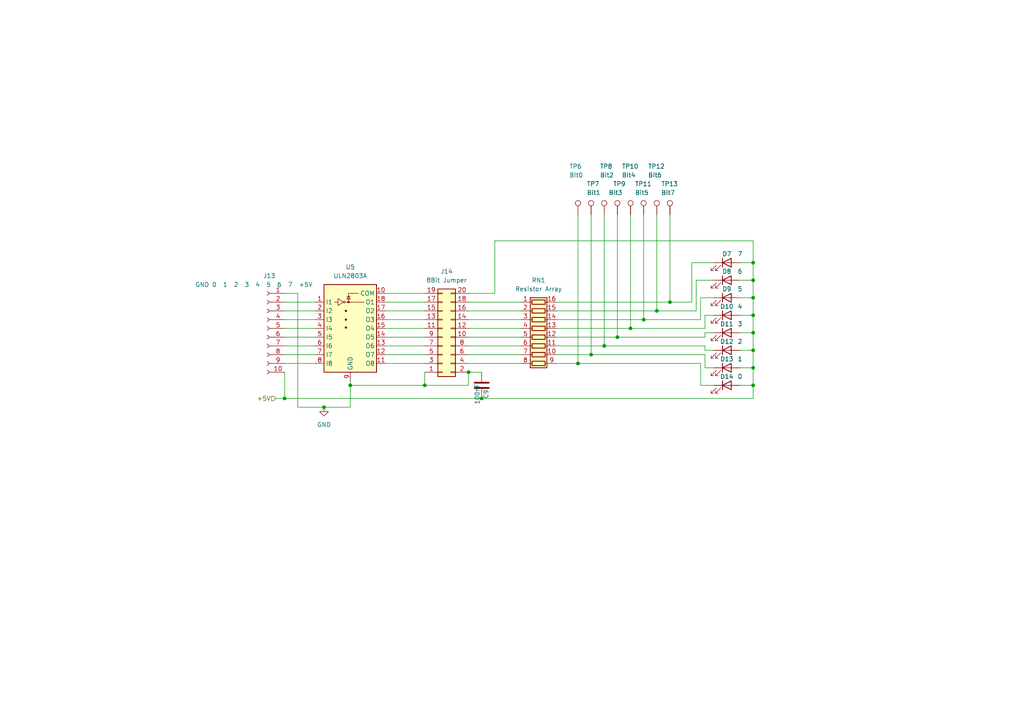
<source format=kicad_sch>
(kicad_sch (version 20211123) (generator eeschema)
  (paper "A4")
  (lib_symbols
    (symbol "Connector:Conn_01x10_Female" (pin_names (offset 1.016) hide)
      (property "Reference" "J" (at 0 12.7 0))
      (property "Value" "Conn_01x10_Female" (at 0 -15.24 0))
      (symbol "Conn_01x10_Female_1_1"
        (arc (start 0 -12.192) (mid -0.508 -12.7) (end 0 -13.208) (stroke (width 0.1524)))
        (arc (start 0 -9.652) (mid -0.508 -10.16) (end 0 -10.668) (stroke (width 0.1524)))
        (arc (start 0 -7.112) (mid -0.508 -7.62) (end 0 -8.128) (stroke (width 0.1524)))
        (arc (start 0 -4.572) (mid -0.508 -5.08) (end 0 -5.588) (stroke (width 0.1524)))
        (arc (start 0 -2.032) (mid -0.508 -2.54) (end 0 -3.048) (stroke (width 0.1524)))
        (polyline (pts (xy -1.27 -12.7) (xy -0.508 -12.7)) (stroke (width 0.1524)))
        (polyline (pts (xy -1.27 -10.16) (xy -0.508 -10.16)) (stroke (width 0.1524)))
        (polyline (pts (xy -1.27 -7.62) (xy -0.508 -7.62)) (stroke (width 0.1524)))
        (polyline (pts (xy -1.27 -5.08) (xy -0.508 -5.08)) (stroke (width 0.1524)))
        (polyline (pts (xy -1.27 -2.54) (xy -0.508 -2.54)) (stroke (width 0.1524)))
        (polyline (pts (xy -1.27 0) (xy -0.508 0)) (stroke (width 0.1524)))
        (polyline (pts (xy -1.27 2.54) (xy -0.508 2.54)) (stroke (width 0.1524)))
        (polyline (pts (xy -1.27 5.08) (xy -0.508 5.08)) (stroke (width 0.1524)))
        (polyline (pts (xy -1.27 7.62) (xy -0.508 7.62)) (stroke (width 0.1524)))
        (polyline (pts (xy -1.27 10.16) (xy -0.508 10.16)) (stroke (width 0.1524)))
        (arc (start 0 0.508) (mid -0.508 0) (end 0 -0.508) (stroke (width 0.1524)))
        (arc (start 0 3.048) (mid -0.508 2.54) (end 0 2.032) (stroke (width 0.1524)))
        (arc (start 0 5.588) (mid -0.508 5.08) (end 0 4.572) (stroke (width 0.1524)))
        (arc (start 0 8.128) (mid -0.508 7.62) (end 0 7.112) (stroke (width 0.1524)))
        (arc (start 0 10.668) (mid -0.508 10.16) (end 0 9.652) (stroke (width 0.1524)))
        (pin passive line (at -5.08 10.16 0) (length 3.81) (name "Pin_1") (number "1"))
        (pin passive line (at -5.08 -12.7 0) (length 3.81) (name "Pin_10") (number "10"))
        (pin passive line (at -5.08 7.62 0) (length 3.81) (name "Pin_2") (number "2"))
        (pin passive line (at -5.08 5.08 0) (length 3.81) (name "Pin_3") (number "3"))
        (pin passive line (at -5.08 2.54 0) (length 3.81) (name "Pin_4") (number "4"))
        (pin passive line (at -5.08 0 0) (length 3.81) (name "Pin_5") (number "5"))
        (pin passive line (at -5.08 -2.54 0) (length 3.81) (name "Pin_6") (number "6"))
        (pin passive line (at -5.08 -5.08 0) (length 3.81) (name "Pin_7") (number "7"))
        (pin passive line (at -5.08 -7.62 0) (length 3.81) (name "Pin_8") (number "8"))
        (pin passive line (at -5.08 -10.16 0) (length 3.81) (name "Pin_9") (number "9"))
      )
    )
    (symbol "Connector:TestPoint" (pin_numbers hide) (pin_names (offset 0.762) hide)
      (property "Reference" "TP" (at 0 6.858 0))
      (property "Value" "TestPoint" (at 0 5.08 0))
      (symbol "TestPoint_0_1"
        (circle (center 0 3.302) (radius 0.762))
      )
      (symbol "TestPoint_1_1"
        (pin passive line (at 0 0 90) (length 2.54) (name "1") (number "1"))
      )
    )
    (symbol "Connector_Generic:Conn_02x10_Odd_Even" (pin_names (offset 1.016) hide)
      (property "Reference" "J" (at 1.27 12.7 0))
      (property "Value" "Conn_02x10_Odd_Even" (at 1.27 -15.24 0))
      (symbol "Conn_02x10_Odd_Even_1_1"
        (rectangle (start -1.27 -12.573) (end 0 -12.827) (stroke (width 0.1524)))
        (rectangle (start -1.27 -10.033) (end 0 -10.287) (stroke (width 0.1524)))
        (rectangle (start -1.27 -7.493) (end 0 -7.747) (stroke (width 0.1524)))
        (rectangle (start -1.27 -4.953) (end 0 -5.207) (stroke (width 0.1524)))
        (rectangle (start -1.27 -2.413) (end 0 -2.667) (stroke (width 0.1524)))
        (rectangle (start -1.27 0.127) (end 0 -0.127) (stroke (width 0.1524)))
        (rectangle (start -1.27 2.667) (end 0 2.413) (stroke (width 0.1524)))
        (rectangle (start -1.27 5.207) (end 0 4.953) (stroke (width 0.1524)))
        (rectangle (start -1.27 7.747) (end 0 7.493) (stroke (width 0.1524)))
        (rectangle (start -1.27 10.287) (end 0 10.033) (stroke (width 0.1524)))
        (rectangle (start -1.27 11.43) (end 3.81 -13.97) (stroke (width 0.254)) (fill (type background)))
        (rectangle (start 3.81 -12.573) (end 2.54 -12.827) (stroke (width 0.1524)))
        (rectangle (start 3.81 -10.033) (end 2.54 -10.287) (stroke (width 0.1524)))
        (rectangle (start 3.81 -7.493) (end 2.54 -7.747) (stroke (width 0.1524)))
        (rectangle (start 3.81 -4.953) (end 2.54 -5.207) (stroke (width 0.1524)))
        (rectangle (start 3.81 -2.413) (end 2.54 -2.667) (stroke (width 0.1524)))
        (rectangle (start 3.81 0.127) (end 2.54 -0.127) (stroke (width 0.1524)))
        (rectangle (start 3.81 2.667) (end 2.54 2.413) (stroke (width 0.1524)))
        (rectangle (start 3.81 5.207) (end 2.54 4.953) (stroke (width 0.1524)))
        (rectangle (start 3.81 7.747) (end 2.54 7.493) (stroke (width 0.1524)))
        (rectangle (start 3.81 10.287) (end 2.54 10.033) (stroke (width 0.1524)))
        (pin passive line (at -5.08 10.16 0) (length 3.81) (name "Pin_1") (number "1"))
        (pin passive line (at 7.62 0 180) (length 3.81) (name "Pin_10") (number "10"))
        (pin passive line (at -5.08 -2.54 0) (length 3.81) (name "Pin_11") (number "11"))
        (pin passive line (at 7.62 -2.54 180) (length 3.81) (name "Pin_12") (number "12"))
        (pin passive line (at -5.08 -5.08 0) (length 3.81) (name "Pin_13") (number "13"))
        (pin passive line (at 7.62 -5.08 180) (length 3.81) (name "Pin_14") (number "14"))
        (pin passive line (at -5.08 -7.62 0) (length 3.81) (name "Pin_15") (number "15"))
        (pin passive line (at 7.62 -7.62 180) (length 3.81) (name "Pin_16") (number "16"))
        (pin passive line (at -5.08 -10.16 0) (length 3.81) (name "Pin_17") (number "17"))
        (pin passive line (at 7.62 -10.16 180) (length 3.81) (name "Pin_18") (number "18"))
        (pin passive line (at -5.08 -12.7 0) (length 3.81) (name "Pin_19") (number "19"))
        (pin passive line (at 7.62 10.16 180) (length 3.81) (name "Pin_2") (number "2"))
        (pin passive line (at 7.62 -12.7 180) (length 3.81) (name "Pin_20") (number "20"))
        (pin passive line (at -5.08 7.62 0) (length 3.81) (name "Pin_3") (number "3"))
        (pin passive line (at 7.62 7.62 180) (length 3.81) (name "Pin_4") (number "4"))
        (pin passive line (at -5.08 5.08 0) (length 3.81) (name "Pin_5") (number "5"))
        (pin passive line (at 7.62 5.08 180) (length 3.81) (name "Pin_6") (number "6"))
        (pin passive line (at -5.08 2.54 0) (length 3.81) (name "Pin_7") (number "7"))
        (pin passive line (at 7.62 2.54 180) (length 3.81) (name "Pin_8") (number "8"))
        (pin passive line (at -5.08 0 0) (length 3.81) (name "Pin_9") (number "9"))
      )
    )
    (symbol "Device:C" (pin_numbers hide) (pin_names (offset 0.254))
      (property "Reference" "C" (at 0.635 2.54 0))
      (property "Value" "C" (at 0.635 -2.54 0))
      (symbol "C_0_1"
        (polyline (pts (xy -2.032 -0.762) (xy 2.032 -0.762)) (stroke (width 0.508)))
        (polyline (pts (xy -2.032 0.762) (xy 2.032 0.762)) (stroke (width 0.508)))
      )
      (symbol "C_1_1"
        (pin passive line (at 0 3.81 270) (length 2.794) (name "~") (number "1"))
        (pin passive line (at 0 -3.81 90) (length 2.794) (name "~") (number "2"))
      )
    )
    (symbol "Device:LED" (pin_numbers hide) (pin_names (offset 1.016) hide)
      (property "Reference" "D" (at 0 2.54 0))
      (property "Value" "LED" (at 0 -2.54 0))
      (symbol "LED_0_1"
        (polyline (pts (xy -1.27 -1.27) (xy -1.27 1.27)) (stroke (width 0.254)))
        (polyline (pts (xy -1.27 0) (xy 1.27 0)))
        (polyline (pts (xy 1.27 -1.27) (xy 1.27 1.27) (xy -1.27 0) (xy 1.27 -1.27)) (stroke (width 0.254)))
        (polyline (pts (xy -3.048 -0.762) (xy -4.572 -2.286) (xy -3.81 -2.286) (xy -4.572 -2.286) (xy -4.572 -1.524)))
        (polyline (pts (xy -1.778 -0.762) (xy -3.302 -2.286) (xy -2.54 -2.286) (xy -3.302 -2.286) (xy -3.302 -1.524)))
      )
      (symbol "LED_1_1"
        (pin passive line (at -3.81 0 0) (length 2.54) (name "K") (number "1"))
        (pin passive line (at 3.81 0 180) (length 2.54) (name "A") (number "2"))
      )
    )
    (symbol "Device:R_Pack08" (pin_names (offset 0) hide)
      (property "Reference" "RN" (at -12.7 0 90))
      (property "Value" "R_Pack08" (at 10.16 0 90))
      (symbol "R_Pack08_0_1"
        (rectangle (start -11.43 -2.413) (end 8.89 2.413) (stroke (width 0.254)) (fill (type background)))
        (rectangle (start -10.795 1.905) (end -9.525 -1.905) (stroke (width 0.254)))
        (rectangle (start -8.255 1.905) (end -6.985 -1.905) (stroke (width 0.254)))
        (rectangle (start -5.715 1.905) (end -4.445 -1.905) (stroke (width 0.254)))
        (rectangle (start -3.175 1.905) (end -1.905 -1.905) (stroke (width 0.254)))
        (rectangle (start -0.635 1.905) (end 0.635 -1.905) (stroke (width 0.254)))
        (polyline (pts (xy -10.16 -2.54) (xy -10.16 -1.905)))
        (polyline (pts (xy -10.16 1.905) (xy -10.16 2.54)))
        (polyline (pts (xy -7.62 -2.54) (xy -7.62 -1.905)))
        (polyline (pts (xy -7.62 1.905) (xy -7.62 2.54)))
        (polyline (pts (xy -5.08 -2.54) (xy -5.08 -1.905)))
        (polyline (pts (xy -5.08 1.905) (xy -5.08 2.54)))
        (polyline (pts (xy -2.54 -2.54) (xy -2.54 -1.905)))
        (polyline (pts (xy -2.54 1.905) (xy -2.54 2.54)))
        (polyline (pts (xy 0 -2.54) (xy 0 -1.905)))
        (polyline (pts (xy 0 1.905) (xy 0 2.54)))
        (polyline (pts (xy 2.54 -2.54) (xy 2.54 -1.905)))
        (polyline (pts (xy 2.54 1.905) (xy 2.54 2.54)))
        (polyline (pts (xy 5.08 -2.54) (xy 5.08 -1.905)))
        (polyline (pts (xy 5.08 1.905) (xy 5.08 2.54)))
        (polyline (pts (xy 7.62 -2.54) (xy 7.62 -1.905)))
        (polyline (pts (xy 7.62 1.905) (xy 7.62 2.54)))
        (rectangle (start 1.905 1.905) (end 3.175 -1.905) (stroke (width 0.254)))
        (rectangle (start 4.445 1.905) (end 5.715 -1.905) (stroke (width 0.254)))
        (rectangle (start 6.985 1.905) (end 8.255 -1.905) (stroke (width 0.254)))
      )
      (symbol "R_Pack08_1_1"
        (pin passive line (at -10.16 -5.08 90) (length 2.54) (name "R1.1") (number "1"))
        (pin passive line (at 5.08 5.08 270) (length 2.54) (name "R7.2") (number "10"))
        (pin passive line (at 2.54 5.08 270) (length 2.54) (name "R6.2") (number "11"))
        (pin passive line (at 0 5.08 270) (length 2.54) (name "R5.2") (number "12"))
        (pin passive line (at -2.54 5.08 270) (length 2.54) (name "R4.2") (number "13"))
        (pin passive line (at -5.08 5.08 270) (length 2.54) (name "R3.2") (number "14"))
        (pin passive line (at -7.62 5.08 270) (length 2.54) (name "R2.2") (number "15"))
        (pin passive line (at -10.16 5.08 270) (length 2.54) (name "R1.2") (number "16"))
        (pin passive line (at -7.62 -5.08 90) (length 2.54) (name "R2.1") (number "2"))
        (pin passive line (at -5.08 -5.08 90) (length 2.54) (name "R3.1") (number "3"))
        (pin passive line (at -2.54 -5.08 90) (length 2.54) (name "R4.1") (number "4"))
        (pin passive line (at 0 -5.08 90) (length 2.54) (name "R5.1") (number "5"))
        (pin passive line (at 2.54 -5.08 90) (length 2.54) (name "R6.1") (number "6"))
        (pin passive line (at 5.08 -5.08 90) (length 2.54) (name "R7.1") (number "7"))
        (pin passive line (at 7.62 -5.08 90) (length 2.54) (name "R8.1") (number "8"))
        (pin passive line (at 7.62 5.08 270) (length 2.54) (name "R8.2") (number "9"))
      )
    )
    (symbol "Transistor_Array:ULN2803A"
      (property "Reference" "U" (at 0 13.335 0))
      (property "Value" "ULN2803A" (at 0 11.43 0))
      (symbol "ULN2803A_0_1"
        (rectangle (start -7.62 -15.24) (end 7.62 10.16) (stroke (width 0.254)) (fill (type background)))
        (circle (center -1.778 5.08) (radius 0.254))
        (circle (center -1.27 -2.286) (radius 0.254) (fill (type outline)))
        (circle (center -1.27 0) (radius 0.254) (fill (type outline)))
        (circle (center -1.27 2.54) (radius 0.254) (fill (type outline)))
        (circle (center -0.508 5.08) (radius 0.254) (fill (type outline)))
        (polyline (pts (xy -4.572 5.08) (xy -3.556 5.08)))
        (polyline (pts (xy -1.524 5.08) (xy 4.064 5.08)))
        (polyline (pts (xy 0 6.731) (xy -1.016 6.731)))
        (polyline (pts (xy -0.508 5.08) (xy -0.508 7.62) (xy 2.286 7.62)))
        (polyline (pts (xy -3.556 6.096) (xy -3.556 4.064) (xy -2.032 5.08) (xy -3.556 6.096)))
        (polyline (pts (xy 0 5.969) (xy -1.016 5.969) (xy -0.508 6.731) (xy 0 5.969)))
      )
      (symbol "ULN2803A_1_1"
        (pin input line (at -10.16 5.08 0) (length 2.54) (name "I1") (number "1"))
        (pin passive line (at 10.16 7.62 180) (length 2.54) (name "COM") (number "10"))
        (pin open_collector line (at 10.16 -12.7 180) (length 2.54) (name "O8") (number "11"))
        (pin open_collector line (at 10.16 -10.16 180) (length 2.54) (name "O7") (number "12"))
        (pin open_collector line (at 10.16 -7.62 180) (length 2.54) (name "O6") (number "13"))
        (pin open_collector line (at 10.16 -5.08 180) (length 2.54) (name "O5") (number "14"))
        (pin open_collector line (at 10.16 -2.54 180) (length 2.54) (name "O4") (number "15"))
        (pin open_collector line (at 10.16 0 180) (length 2.54) (name "O3") (number "16"))
        (pin open_collector line (at 10.16 2.54 180) (length 2.54) (name "O2") (number "17"))
        (pin open_collector line (at 10.16 5.08 180) (length 2.54) (name "O1") (number "18"))
        (pin input line (at -10.16 2.54 0) (length 2.54) (name "I2") (number "2"))
        (pin input line (at -10.16 0 0) (length 2.54) (name "I3") (number "3"))
        (pin input line (at -10.16 -2.54 0) (length 2.54) (name "I4") (number "4"))
        (pin input line (at -10.16 -5.08 0) (length 2.54) (name "I5") (number "5"))
        (pin input line (at -10.16 -7.62 0) (length 2.54) (name "I6") (number "6"))
        (pin input line (at -10.16 -10.16 0) (length 2.54) (name "I7") (number "7"))
        (pin input line (at -10.16 -12.7 0) (length 2.54) (name "I8") (number "8"))
        (pin power_in line (at 0 -17.78 90) (length 2.54) (name "GND") (number "9"))
      )
    )
    (symbol "power:GND" (power) (pin_names (offset 0))
      (property "Value" "GND" (at 0 -3.81 0))
      (symbol "GND_0_1"
        (polyline (pts (xy 0 0) (xy 0 -1.27) (xy 1.27 -1.27) (xy 0 -2.54) (xy -1.27 -1.27) (xy 0 -1.27)))
      )
      (symbol "GND_1_1"
        (pin power_in line (at 0 0 270) (length 0) hide (name "GND") (number "1"))
      )
    )
  )
  (junction (at 93.98 118.11))
  (junction (at 182.88 95.25))
  (junction (at 190.5 90.17))
  (junction (at 139.7 115.57))
  (junction (at 218.44 91.44))
  (junction (at 179.07 97.79))
  (junction (at 171.45 102.87))
  (junction (at 218.44 101.6))
  (junction (at 167.64 105.41))
  (junction (at 218.44 106.68))
  (junction (at 135.89 107.95))
  (junction (at 218.44 76.2))
  (junction (at 101.6 111.76))
  (junction (at 123.19 111.76))
  (junction (at 186.69 92.71))
  (junction (at 82.55 115.57))
  (junction (at 218.44 96.52))
  (junction (at 218.44 81.28))
  (junction (at 194.31 87.63))
  (junction (at 218.44 111.76))
  (junction (at 175.26 100.33))
  (junction (at 218.44 86.36))
  (wire (pts (xy 80.01 115.57) (xy 82.55 115.57)))
  (wire (pts (xy 201.93 90.17) (xy 201.93 81.28)))
  (wire (pts (xy 135.89 105.41) (xy 151.13 105.41)))
  (wire (pts (xy 135.89 97.79) (xy 151.13 97.79)))
  (wire (pts (xy 123.19 111.76) (xy 135.89 111.76)))
  (wire (pts (xy 82.55 90.17) (xy 91.44 90.17)))
  (wire (pts (xy 135.89 95.25) (xy 151.13 95.25)))
  (wire (pts (xy 218.44 115.57) (xy 218.44 111.76)))
  (wire (pts (xy 179.07 62.23) (xy 179.07 97.79)))
  (wire (pts (xy 214.63 96.52) (xy 218.44 96.52)))
  (wire (pts (xy 204.47 91.44) (xy 207.01 91.44)))
  (wire (pts (xy 167.64 105.41) (xy 203.2 105.41)))
  (wire (pts (xy 214.63 111.76) (xy 218.44 111.76)))
  (wire (pts (xy 111.76 85.09) (xy 123.19 85.09)))
  (wire (pts (xy 82.55 85.09) (xy 86.36 85.09)))
  (wire (pts (xy 82.55 87.63) (xy 91.44 87.63)))
  (wire (pts (xy 200.66 76.2) (xy 207.01 76.2)))
  (wire (pts (xy 101.6 118.11) (xy 93.98 118.11)))
  (wire (pts (xy 135.89 90.17) (xy 151.13 90.17)))
  (wire (pts (xy 82.55 115.57) (xy 139.7 115.57)))
  (wire (pts (xy 101.6 110.49) (xy 101.6 111.76)))
  (wire (pts (xy 93.98 118.11) (xy 86.36 118.11)))
  (wire (pts (xy 207.01 96.52) (xy 204.47 96.52)))
  (wire (pts (xy 135.89 87.63) (xy 151.13 87.63)))
  (wire (pts (xy 171.45 102.87) (xy 204.47 102.87)))
  (wire (pts (xy 82.55 105.41) (xy 91.44 105.41)))
  (wire (pts (xy 218.44 86.36) (xy 218.44 91.44)))
  (wire (pts (xy 82.55 92.71) (xy 91.44 92.71)))
  (wire (pts (xy 214.63 76.2) (xy 218.44 76.2)))
  (wire (pts (xy 135.89 102.87) (xy 151.13 102.87)))
  (wire (pts (xy 111.76 100.33) (xy 123.19 100.33)))
  (wire (pts (xy 214.63 106.68) (xy 218.44 106.68)))
  (wire (pts (xy 214.63 101.6) (xy 218.44 101.6)))
  (wire (pts (xy 203.2 111.76) (xy 203.2 105.41)))
  (wire (pts (xy 171.45 62.23) (xy 171.45 102.87)))
  (wire (pts (xy 111.76 95.25) (xy 123.19 95.25)))
  (wire (pts (xy 135.89 92.71) (xy 151.13 92.71)))
  (wire (pts (xy 203.2 92.71) (xy 203.2 86.36)))
  (wire (pts (xy 218.44 81.28) (xy 218.44 86.36)))
  (wire (pts (xy 190.5 90.17) (xy 201.93 90.17)))
  (wire (pts (xy 101.6 111.76) (xy 123.19 111.76)))
  (wire (pts (xy 207.01 111.76) (xy 203.2 111.76)))
  (wire (pts (xy 161.29 105.41) (xy 167.64 105.41)))
  (wire (pts (xy 123.19 107.95) (xy 123.19 111.76)))
  (wire (pts (xy 82.55 107.95) (xy 82.55 115.57)))
  (wire (pts (xy 143.51 69.85) (xy 218.44 69.85)))
  (wire (pts (xy 111.76 87.63) (xy 123.19 87.63)))
  (wire (pts (xy 218.44 91.44) (xy 218.44 96.52)))
  (wire (pts (xy 161.29 102.87) (xy 171.45 102.87)))
  (wire (pts (xy 161.29 90.17) (xy 190.5 90.17)))
  (wire (pts (xy 203.2 86.36) (xy 207.01 86.36)))
  (wire (pts (xy 175.26 62.23) (xy 175.26 100.33)))
  (wire (pts (xy 182.88 62.23) (xy 182.88 95.25)))
  (wire (pts (xy 82.55 100.33) (xy 91.44 100.33)))
  (wire (pts (xy 204.47 106.68) (xy 207.01 106.68)))
  (wire (pts (xy 82.55 97.79) (xy 91.44 97.79)))
  (wire (pts (xy 175.26 100.33) (xy 204.47 100.33)))
  (wire (pts (xy 143.51 69.85) (xy 143.51 85.09)))
  (wire (pts (xy 161.29 87.63) (xy 194.31 87.63)))
  (wire (pts (xy 214.63 91.44) (xy 218.44 91.44)))
  (wire (pts (xy 111.76 102.87) (xy 123.19 102.87)))
  (wire (pts (xy 82.55 102.87) (xy 91.44 102.87)))
  (wire (pts (xy 214.63 86.36) (xy 218.44 86.36)))
  (wire (pts (xy 204.47 101.6) (xy 207.01 101.6)))
  (wire (pts (xy 204.47 102.87) (xy 204.47 106.68)))
  (wire (pts (xy 186.69 62.23) (xy 186.69 92.71)))
  (wire (pts (xy 135.89 107.95) (xy 139.7 107.95)))
  (wire (pts (xy 186.69 92.71) (xy 203.2 92.71)))
  (wire (pts (xy 214.63 81.28) (xy 218.44 81.28)))
  (wire (pts (xy 101.6 111.76) (xy 101.6 118.11)))
  (wire (pts (xy 200.66 87.63) (xy 200.66 76.2)))
  (wire (pts (xy 139.7 115.57) (xy 218.44 115.57)))
  (wire (pts (xy 82.55 95.25) (xy 91.44 95.25)))
  (wire (pts (xy 194.31 62.23) (xy 194.31 87.63)))
  (wire (pts (xy 161.29 92.71) (xy 186.69 92.71)))
  (wire (pts (xy 161.29 97.79) (xy 179.07 97.79)))
  (wire (pts (xy 204.47 96.52) (xy 204.47 97.79)))
  (wire (pts (xy 111.76 90.17) (xy 123.19 90.17)))
  (wire (pts (xy 135.89 107.95) (xy 135.89 111.76)))
  (wire (pts (xy 111.76 105.41) (xy 123.19 105.41)))
  (wire (pts (xy 161.29 100.33) (xy 175.26 100.33)))
  (wire (pts (xy 135.89 85.09) (xy 143.51 85.09)))
  (wire (pts (xy 204.47 100.33) (xy 204.47 101.6)))
  (wire (pts (xy 204.47 95.25) (xy 204.47 91.44)))
  (wire (pts (xy 218.44 69.85) (xy 218.44 76.2)))
  (wire (pts (xy 161.29 95.25) (xy 182.88 95.25)))
  (wire (pts (xy 201.93 81.28) (xy 207.01 81.28)))
  (wire (pts (xy 111.76 92.71) (xy 123.19 92.71)))
  (wire (pts (xy 167.64 62.23) (xy 167.64 105.41)))
  (wire (pts (xy 190.5 62.23) (xy 190.5 90.17)))
  (wire (pts (xy 179.07 97.79) (xy 204.47 97.79)))
  (wire (pts (xy 111.76 97.79) (xy 123.19 97.79)))
  (wire (pts (xy 86.36 85.09) (xy 86.36 118.11)))
  (wire (pts (xy 194.31 87.63) (xy 200.66 87.63)))
  (wire (pts (xy 182.88 95.25) (xy 204.47 95.25)))
  (wire (pts (xy 218.44 76.2) (xy 218.44 81.28)))
  (wire (pts (xy 218.44 106.68) (xy 218.44 111.76)))
  (wire (pts (xy 218.44 96.52) (xy 218.44 101.6)))
  (wire (pts (xy 218.44 101.6) (xy 218.44 106.68)))
  (wire (pts (xy 135.89 100.33) (xy 151.13 100.33)))
  (hierarchical_label "+5V" (shape input) (at 80.01 115.57 180))
  (symbol (lib_id "Connector:TestPoint") (at 190.5 62.23 0) (unit 1)
    (property "Reference" "TP12" (at 187.96 48.26 0) (effects (justify left)))
    (property "Value" "Bit6" (at 187.96 50.8 0) (effects (justify left)))
    (property "Footprint" "TestPoint:TestPoint_Loop_D3.80mm_Drill2.8mm" (effects hide))
  )
  (symbol (lib_id "Device:LED") (at 210.82 76.2 0) (unit 1)
    (property "Reference" "D7" (at 210.82 73.66 0))
    (property "Value" "7" (at 214.63 73.66 0))
    (property "Footprint" "LED_THT:LED_D5.0mm" (effects hide))
  )
  (symbol (lib_id "Device:LED") (at 210.82 106.68 0) (unit 1)
    (property "Reference" "D13" (at 210.82 104.14 0))
    (property "Value" "1" (at 214.63 104.14 0))
    (property "Footprint" "LED_THT:LED_D5.0mm" (effects hide))
  )
  (symbol (lib_id "Connector:TestPoint") (at 186.69 62.23 0) (unit 1)
    (property "Reference" "TP11" (at 184.15 53.34 0) (effects (justify left)))
    (property "Value" "Bit5" (at 184.15 55.88 0) (effects (justify left)))
    (property "Footprint" "TestPoint:TestPoint_Loop_D3.80mm_Drill2.8mm" (effects hide))
  )
  (symbol (lib_id "Device:LED") (at 210.82 96.52 0) (unit 1)
    (property "Reference" "D11" (at 210.82 93.98 0))
    (property "Value" "3" (at 214.63 93.98 0))
    (property "Footprint" "LED_THT:LED_D5.0mm" (effects hide))
  )
  (symbol (lib_id "Connector:TestPoint") (at 167.64 62.23 0) (unit 1)
    (property "Reference" "TP6" (at 165.1 48.26 0) (effects (justify left)))
    (property "Value" "Bit0" (at 165.1 50.8 0) (effects (justify left)))
    (property "Footprint" "TestPoint:TestPoint_Loop_D3.80mm_Drill2.8mm" (effects hide))
  )
  (symbol (lib_id "Device:R_Pack08") (at 156.21 97.79 270) (unit 1)
    (property "Reference" "RN1" (at 156.21 81.28 90))
    (property "Value" "Resistor Array" (at 156.21 83.82 90))
    (property "Footprint" "Package_DIP:DIP-16_W7.62mm_Socket_LongPads" (effects hide))
  )
  (symbol (lib_id "Device:LED") (at 210.82 91.44 0) (unit 1)
    (property "Reference" "D10" (at 210.82 88.9 0))
    (property "Value" "4" (at 214.63 88.9 0))
    (property "Footprint" "LED_THT:LED_D5.0mm" (effects hide))
  )
  (symbol (lib_id "Connector:TestPoint") (at 179.07 62.23 0) (unit 1)
    (property "Reference" "TP9" (at 177.8 53.34 0) (effects (justify left)))
    (property "Value" "Bit3" (at 176.53 55.88 0) (effects (justify left)))
    (property "Footprint" "TestPoint:TestPoint_Loop_D3.80mm_Drill2.8mm" (effects hide))
  )
  (symbol (lib_id "Device:C") (at 139.7 111.76 0) (unit 1)
    (property "Reference" "C9" (at 140.97 114.3 90))
    (property "Value" "100nF" (at 138.43 114.3 90))
    (property "Footprint" "Capacitor_THT:C_Axial_L3.8mm_D2.6mm_P7.50mm_Horizontal" (effects hide))
  )
  (symbol (lib_id "Connector:TestPoint") (at 182.88 62.23 0) (unit 1)
    (property "Reference" "TP10" (at 180.34 48.26 0) (effects (justify left)))
    (property "Value" "Bit4" (at 180.34 50.8 0) (effects (justify left)))
    (property "Footprint" "TestPoint:TestPoint_Loop_D3.80mm_Drill2.8mm" (effects hide))
  )
  (symbol (lib_id "Connector_Generic:Conn_02x10_Odd_Even") (at 128.27 97.79 0) (mirror x) (unit 1)
    (property "Reference" "J14" (at 129.54 78.74 0))
    (property "Value" "8Bit Jumper" (at 129.54 81.28 0))
    (property "Footprint" "Connector_PinSocket_2.54mm:PinSocket_2x10_P2.54mm_Vertical" (effects hide))
  )
  (symbol (lib_id "Device:LED") (at 210.82 81.28 0) (unit 1)
    (property "Reference" "D8" (at 210.82 78.74 0))
    (property "Value" "6" (at 214.63 78.74 0))
    (property "Footprint" "LED_THT:LED_D5.0mm" (effects hide))
  )
  (symbol (lib_id "Connector:TestPoint") (at 194.31 62.23 0) (unit 1)
    (property "Reference" "TP13" (at 191.77 53.34 0) (effects (justify left)))
    (property "Value" "Bit7" (at 191.77 55.88 0) (effects (justify left)))
    (property "Footprint" "TestPoint:TestPoint_Loop_D3.80mm_Drill2.8mm" (effects hide))
  )
  (symbol (lib_id "Transistor_Array:ULN2803A") (at 101.6 92.71 0) (unit 1)
    (property "Reference" "U5" (at 101.6 77.47 0))
    (property "Value" "ULN2803A" (at 101.6 80.01 0))
    (property "Footprint" "Package_DIP:DIP-18_W7.62mm_Socket_LongPads" (effects hide))
    (property "Datasheet" "http://www.ti.com/lit/ds/symlink/uln2803a.pdf" (effects hide))
  )
  (symbol (lib_id "Connector:TestPoint") (at 175.26 62.23 0) (unit 1)
    (property "Reference" "TP8" (at 173.99 48.26 0) (effects (justify left)))
    (property "Value" "Bit2" (at 173.99 50.8 0) (effects (justify left)))
    (property "Footprint" "TestPoint:TestPoint_Loop_D3.80mm_Drill2.8mm" (effects hide))
  )
  (symbol (lib_id "power:GND") (at 93.98 118.11 0) (unit 1)
    (property "Reference" "#PWR0108" (effects hide))
    (property "Value" "GND" (at 93.98 123.19 0))
  )
  (symbol (lib_id "Connector:TestPoint") (at 171.45 62.23 0) (unit 1)
    (property "Reference" "TP7" (at 170.18 53.34 0) (effects (justify left)))
    (property "Value" "Bit1" (at 170.18 55.88 0) (effects (justify left)))
    (property "Footprint" "TestPoint:TestPoint_Loop_D3.80mm_Drill2.8mm" (effects hide))
  )
  (symbol (lib_id "Device:LED") (at 210.82 101.6 0) (unit 1)
    (property "Reference" "D12" (at 210.82 99.06 0))
    (property "Value" "2" (at 214.63 99.06 0))
    (property "Footprint" "LED_THT:LED_D5.0mm" (effects hide))
  )
  (symbol (lib_id "Device:LED") (at 210.82 86.36 0) (unit 1)
    (property "Reference" "D9" (at 210.82 83.82 0))
    (property "Value" "5" (at 214.63 83.82 0))
    (property "Footprint" "LED_THT:LED_D5.0mm" (effects hide))
  )
  (symbol (lib_id "Connector:Conn_01x10_Female") (at 77.47 95.25 0) (mirror y) (unit 1)
    (property "Reference" "J13" (at 78.105 80.01 0))
    (property "Value" "GND 0  1  2  3  4  5  6  7  +5V" (at 73.66 82.55 0))
    (property "Footprint" "Connector_PinSocket_2.54mm:PinSocket_1x10_P2.54mm_Vertical" (effects hide))
  )
  (symbol (lib_id "Device:LED") (at 210.82 111.76 0) (unit 1)
    (property "Reference" "D14" (at 210.82 109.22 0))
    (property "Value" "0" (at 214.63 109.22 0))
    (property "Footprint" "LED_THT:LED_D5.0mm" (effects hide))
  )
)
</source>
